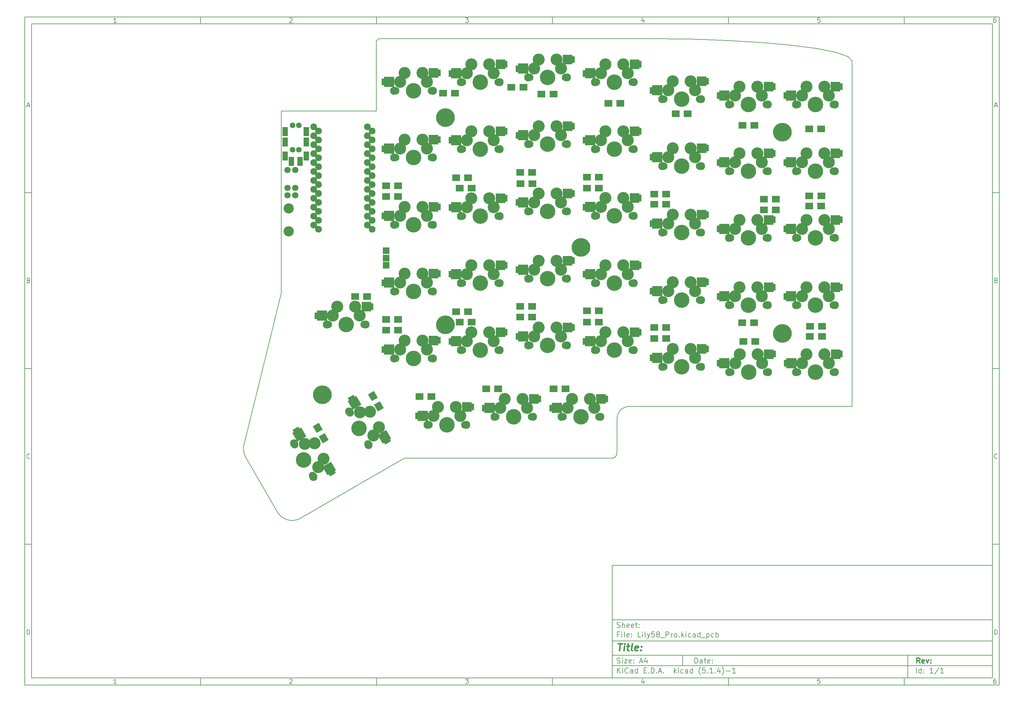
<source format=gbs>
G04 #@! TF.GenerationSoftware,KiCad,Pcbnew,(5.1.4)-1*
G04 #@! TF.CreationDate,2020-11-12T20:18:54+01:00*
G04 #@! TF.ProjectId,Lily58_Pro,4c696c79-3538-45f5-9072-6f2e6b696361,rev?*
G04 #@! TF.SameCoordinates,Original*
G04 #@! TF.FileFunction,Soldermask,Bot*
G04 #@! TF.FilePolarity,Negative*
%FSLAX46Y46*%
G04 Gerber Fmt 4.6, Leading zero omitted, Abs format (unit mm)*
G04 Created by KiCad (PCBNEW (5.1.4)-1) date 2020-11-12 20:18:54*
%MOMM*%
%LPD*%
G04 APERTURE LIST*
%ADD10C,0.100000*%
%ADD11C,0.150000*%
%ADD12C,0.300000*%
%ADD13C,0.400000*%
%ADD14C,0.200000*%
%ADD15C,2.800000*%
%ADD16C,3.400000*%
%ADD17C,2.100000*%
%ADD18C,2.300000*%
%ADD19C,4.400000*%
%ADD20C,2.900000*%
%ADD21C,0.500000*%
%ADD22C,1.100000*%
%ADD23C,1.900000*%
%ADD24C,5.300000*%
%ADD25R,2.200000X1.900000*%
%ADD26R,2.800000X2.800000*%
%ADD27R,2.900000X2.900000*%
%ADD28R,1.100000X1.900000*%
%ADD29C,1.600000*%
%ADD30R,1.600000X2.500000*%
%ADD31R,1.924000X1.924000*%
%ADD32C,1.924000*%
%ADD33C,1.797000*%
G04 APERTURE END LIST*
D10*
D11*
X177002200Y-166007200D02*
X177002200Y-198007200D01*
X285002200Y-198007200D01*
X285002200Y-166007200D01*
X177002200Y-166007200D01*
D10*
D11*
X10000000Y-10000000D02*
X10000000Y-200007200D01*
X287002200Y-200007200D01*
X287002200Y-10000000D01*
X10000000Y-10000000D01*
D10*
D11*
X12000000Y-12000000D02*
X12000000Y-198007200D01*
X285002200Y-198007200D01*
X285002200Y-12000000D01*
X12000000Y-12000000D01*
D10*
D11*
X60000000Y-12000000D02*
X60000000Y-10000000D01*
D10*
D11*
X110000000Y-12000000D02*
X110000000Y-10000000D01*
D10*
D11*
X160000000Y-12000000D02*
X160000000Y-10000000D01*
D10*
D11*
X210000000Y-12000000D02*
X210000000Y-10000000D01*
D10*
D11*
X260000000Y-12000000D02*
X260000000Y-10000000D01*
D10*
D11*
X36065476Y-11588095D02*
X35322619Y-11588095D01*
X35694047Y-11588095D02*
X35694047Y-10288095D01*
X35570238Y-10473809D01*
X35446428Y-10597619D01*
X35322619Y-10659523D01*
D10*
D11*
X85322619Y-10411904D02*
X85384523Y-10350000D01*
X85508333Y-10288095D01*
X85817857Y-10288095D01*
X85941666Y-10350000D01*
X86003571Y-10411904D01*
X86065476Y-10535714D01*
X86065476Y-10659523D01*
X86003571Y-10845238D01*
X85260714Y-11588095D01*
X86065476Y-11588095D01*
D10*
D11*
X135260714Y-10288095D02*
X136065476Y-10288095D01*
X135632142Y-10783333D01*
X135817857Y-10783333D01*
X135941666Y-10845238D01*
X136003571Y-10907142D01*
X136065476Y-11030952D01*
X136065476Y-11340476D01*
X136003571Y-11464285D01*
X135941666Y-11526190D01*
X135817857Y-11588095D01*
X135446428Y-11588095D01*
X135322619Y-11526190D01*
X135260714Y-11464285D01*
D10*
D11*
X185941666Y-10721428D02*
X185941666Y-11588095D01*
X185632142Y-10226190D02*
X185322619Y-11154761D01*
X186127380Y-11154761D01*
D10*
D11*
X236003571Y-10288095D02*
X235384523Y-10288095D01*
X235322619Y-10907142D01*
X235384523Y-10845238D01*
X235508333Y-10783333D01*
X235817857Y-10783333D01*
X235941666Y-10845238D01*
X236003571Y-10907142D01*
X236065476Y-11030952D01*
X236065476Y-11340476D01*
X236003571Y-11464285D01*
X235941666Y-11526190D01*
X235817857Y-11588095D01*
X235508333Y-11588095D01*
X235384523Y-11526190D01*
X235322619Y-11464285D01*
D10*
D11*
X285941666Y-10288095D02*
X285694047Y-10288095D01*
X285570238Y-10350000D01*
X285508333Y-10411904D01*
X285384523Y-10597619D01*
X285322619Y-10845238D01*
X285322619Y-11340476D01*
X285384523Y-11464285D01*
X285446428Y-11526190D01*
X285570238Y-11588095D01*
X285817857Y-11588095D01*
X285941666Y-11526190D01*
X286003571Y-11464285D01*
X286065476Y-11340476D01*
X286065476Y-11030952D01*
X286003571Y-10907142D01*
X285941666Y-10845238D01*
X285817857Y-10783333D01*
X285570238Y-10783333D01*
X285446428Y-10845238D01*
X285384523Y-10907142D01*
X285322619Y-11030952D01*
D10*
D11*
X60000000Y-198007200D02*
X60000000Y-200007200D01*
D10*
D11*
X110000000Y-198007200D02*
X110000000Y-200007200D01*
D10*
D11*
X160000000Y-198007200D02*
X160000000Y-200007200D01*
D10*
D11*
X210000000Y-198007200D02*
X210000000Y-200007200D01*
D10*
D11*
X260000000Y-198007200D02*
X260000000Y-200007200D01*
D10*
D11*
X36065476Y-199595295D02*
X35322619Y-199595295D01*
X35694047Y-199595295D02*
X35694047Y-198295295D01*
X35570238Y-198481009D01*
X35446428Y-198604819D01*
X35322619Y-198666723D01*
D10*
D11*
X85322619Y-198419104D02*
X85384523Y-198357200D01*
X85508333Y-198295295D01*
X85817857Y-198295295D01*
X85941666Y-198357200D01*
X86003571Y-198419104D01*
X86065476Y-198542914D01*
X86065476Y-198666723D01*
X86003571Y-198852438D01*
X85260714Y-199595295D01*
X86065476Y-199595295D01*
D10*
D11*
X135260714Y-198295295D02*
X136065476Y-198295295D01*
X135632142Y-198790533D01*
X135817857Y-198790533D01*
X135941666Y-198852438D01*
X136003571Y-198914342D01*
X136065476Y-199038152D01*
X136065476Y-199347676D01*
X136003571Y-199471485D01*
X135941666Y-199533390D01*
X135817857Y-199595295D01*
X135446428Y-199595295D01*
X135322619Y-199533390D01*
X135260714Y-199471485D01*
D10*
D11*
X185941666Y-198728628D02*
X185941666Y-199595295D01*
X185632142Y-198233390D02*
X185322619Y-199161961D01*
X186127380Y-199161961D01*
D10*
D11*
X236003571Y-198295295D02*
X235384523Y-198295295D01*
X235322619Y-198914342D01*
X235384523Y-198852438D01*
X235508333Y-198790533D01*
X235817857Y-198790533D01*
X235941666Y-198852438D01*
X236003571Y-198914342D01*
X236065476Y-199038152D01*
X236065476Y-199347676D01*
X236003571Y-199471485D01*
X235941666Y-199533390D01*
X235817857Y-199595295D01*
X235508333Y-199595295D01*
X235384523Y-199533390D01*
X235322619Y-199471485D01*
D10*
D11*
X285941666Y-198295295D02*
X285694047Y-198295295D01*
X285570238Y-198357200D01*
X285508333Y-198419104D01*
X285384523Y-198604819D01*
X285322619Y-198852438D01*
X285322619Y-199347676D01*
X285384523Y-199471485D01*
X285446428Y-199533390D01*
X285570238Y-199595295D01*
X285817857Y-199595295D01*
X285941666Y-199533390D01*
X286003571Y-199471485D01*
X286065476Y-199347676D01*
X286065476Y-199038152D01*
X286003571Y-198914342D01*
X285941666Y-198852438D01*
X285817857Y-198790533D01*
X285570238Y-198790533D01*
X285446428Y-198852438D01*
X285384523Y-198914342D01*
X285322619Y-199038152D01*
D10*
D11*
X10000000Y-60000000D02*
X12000000Y-60000000D01*
D10*
D11*
X10000000Y-110000000D02*
X12000000Y-110000000D01*
D10*
D11*
X10000000Y-160000000D02*
X12000000Y-160000000D01*
D10*
D11*
X10690476Y-35216666D02*
X11309523Y-35216666D01*
X10566666Y-35588095D02*
X11000000Y-34288095D01*
X11433333Y-35588095D01*
D10*
D11*
X11092857Y-84907142D02*
X11278571Y-84969047D01*
X11340476Y-85030952D01*
X11402380Y-85154761D01*
X11402380Y-85340476D01*
X11340476Y-85464285D01*
X11278571Y-85526190D01*
X11154761Y-85588095D01*
X10659523Y-85588095D01*
X10659523Y-84288095D01*
X11092857Y-84288095D01*
X11216666Y-84350000D01*
X11278571Y-84411904D01*
X11340476Y-84535714D01*
X11340476Y-84659523D01*
X11278571Y-84783333D01*
X11216666Y-84845238D01*
X11092857Y-84907142D01*
X10659523Y-84907142D01*
D10*
D11*
X11402380Y-135464285D02*
X11340476Y-135526190D01*
X11154761Y-135588095D01*
X11030952Y-135588095D01*
X10845238Y-135526190D01*
X10721428Y-135402380D01*
X10659523Y-135278571D01*
X10597619Y-135030952D01*
X10597619Y-134845238D01*
X10659523Y-134597619D01*
X10721428Y-134473809D01*
X10845238Y-134350000D01*
X11030952Y-134288095D01*
X11154761Y-134288095D01*
X11340476Y-134350000D01*
X11402380Y-134411904D01*
D10*
D11*
X10659523Y-185588095D02*
X10659523Y-184288095D01*
X10969047Y-184288095D01*
X11154761Y-184350000D01*
X11278571Y-184473809D01*
X11340476Y-184597619D01*
X11402380Y-184845238D01*
X11402380Y-185030952D01*
X11340476Y-185278571D01*
X11278571Y-185402380D01*
X11154761Y-185526190D01*
X10969047Y-185588095D01*
X10659523Y-185588095D01*
D10*
D11*
X287002200Y-60000000D02*
X285002200Y-60000000D01*
D10*
D11*
X287002200Y-110000000D02*
X285002200Y-110000000D01*
D10*
D11*
X287002200Y-160000000D02*
X285002200Y-160000000D01*
D10*
D11*
X285692676Y-35216666D02*
X286311723Y-35216666D01*
X285568866Y-35588095D02*
X286002200Y-34288095D01*
X286435533Y-35588095D01*
D10*
D11*
X286095057Y-84907142D02*
X286280771Y-84969047D01*
X286342676Y-85030952D01*
X286404580Y-85154761D01*
X286404580Y-85340476D01*
X286342676Y-85464285D01*
X286280771Y-85526190D01*
X286156961Y-85588095D01*
X285661723Y-85588095D01*
X285661723Y-84288095D01*
X286095057Y-84288095D01*
X286218866Y-84350000D01*
X286280771Y-84411904D01*
X286342676Y-84535714D01*
X286342676Y-84659523D01*
X286280771Y-84783333D01*
X286218866Y-84845238D01*
X286095057Y-84907142D01*
X285661723Y-84907142D01*
D10*
D11*
X286404580Y-135464285D02*
X286342676Y-135526190D01*
X286156961Y-135588095D01*
X286033152Y-135588095D01*
X285847438Y-135526190D01*
X285723628Y-135402380D01*
X285661723Y-135278571D01*
X285599819Y-135030952D01*
X285599819Y-134845238D01*
X285661723Y-134597619D01*
X285723628Y-134473809D01*
X285847438Y-134350000D01*
X286033152Y-134288095D01*
X286156961Y-134288095D01*
X286342676Y-134350000D01*
X286404580Y-134411904D01*
D10*
D11*
X285661723Y-185588095D02*
X285661723Y-184288095D01*
X285971247Y-184288095D01*
X286156961Y-184350000D01*
X286280771Y-184473809D01*
X286342676Y-184597619D01*
X286404580Y-184845238D01*
X286404580Y-185030952D01*
X286342676Y-185278571D01*
X286280771Y-185402380D01*
X286156961Y-185526190D01*
X285971247Y-185588095D01*
X285661723Y-185588095D01*
D10*
D11*
X200434342Y-193785771D02*
X200434342Y-192285771D01*
X200791485Y-192285771D01*
X201005771Y-192357200D01*
X201148628Y-192500057D01*
X201220057Y-192642914D01*
X201291485Y-192928628D01*
X201291485Y-193142914D01*
X201220057Y-193428628D01*
X201148628Y-193571485D01*
X201005771Y-193714342D01*
X200791485Y-193785771D01*
X200434342Y-193785771D01*
X202577200Y-193785771D02*
X202577200Y-193000057D01*
X202505771Y-192857200D01*
X202362914Y-192785771D01*
X202077200Y-192785771D01*
X201934342Y-192857200D01*
X202577200Y-193714342D02*
X202434342Y-193785771D01*
X202077200Y-193785771D01*
X201934342Y-193714342D01*
X201862914Y-193571485D01*
X201862914Y-193428628D01*
X201934342Y-193285771D01*
X202077200Y-193214342D01*
X202434342Y-193214342D01*
X202577200Y-193142914D01*
X203077200Y-192785771D02*
X203648628Y-192785771D01*
X203291485Y-192285771D02*
X203291485Y-193571485D01*
X203362914Y-193714342D01*
X203505771Y-193785771D01*
X203648628Y-193785771D01*
X204720057Y-193714342D02*
X204577200Y-193785771D01*
X204291485Y-193785771D01*
X204148628Y-193714342D01*
X204077200Y-193571485D01*
X204077200Y-193000057D01*
X204148628Y-192857200D01*
X204291485Y-192785771D01*
X204577200Y-192785771D01*
X204720057Y-192857200D01*
X204791485Y-193000057D01*
X204791485Y-193142914D01*
X204077200Y-193285771D01*
X205434342Y-193642914D02*
X205505771Y-193714342D01*
X205434342Y-193785771D01*
X205362914Y-193714342D01*
X205434342Y-193642914D01*
X205434342Y-193785771D01*
X205434342Y-192857200D02*
X205505771Y-192928628D01*
X205434342Y-193000057D01*
X205362914Y-192928628D01*
X205434342Y-192857200D01*
X205434342Y-193000057D01*
D10*
D11*
X177002200Y-194507200D02*
X285002200Y-194507200D01*
D10*
D11*
X178434342Y-196585771D02*
X178434342Y-195085771D01*
X179291485Y-196585771D02*
X178648628Y-195728628D01*
X179291485Y-195085771D02*
X178434342Y-195942914D01*
X179934342Y-196585771D02*
X179934342Y-195585771D01*
X179934342Y-195085771D02*
X179862914Y-195157200D01*
X179934342Y-195228628D01*
X180005771Y-195157200D01*
X179934342Y-195085771D01*
X179934342Y-195228628D01*
X181505771Y-196442914D02*
X181434342Y-196514342D01*
X181220057Y-196585771D01*
X181077200Y-196585771D01*
X180862914Y-196514342D01*
X180720057Y-196371485D01*
X180648628Y-196228628D01*
X180577200Y-195942914D01*
X180577200Y-195728628D01*
X180648628Y-195442914D01*
X180720057Y-195300057D01*
X180862914Y-195157200D01*
X181077200Y-195085771D01*
X181220057Y-195085771D01*
X181434342Y-195157200D01*
X181505771Y-195228628D01*
X182791485Y-196585771D02*
X182791485Y-195800057D01*
X182720057Y-195657200D01*
X182577200Y-195585771D01*
X182291485Y-195585771D01*
X182148628Y-195657200D01*
X182791485Y-196514342D02*
X182648628Y-196585771D01*
X182291485Y-196585771D01*
X182148628Y-196514342D01*
X182077200Y-196371485D01*
X182077200Y-196228628D01*
X182148628Y-196085771D01*
X182291485Y-196014342D01*
X182648628Y-196014342D01*
X182791485Y-195942914D01*
X184148628Y-196585771D02*
X184148628Y-195085771D01*
X184148628Y-196514342D02*
X184005771Y-196585771D01*
X183720057Y-196585771D01*
X183577200Y-196514342D01*
X183505771Y-196442914D01*
X183434342Y-196300057D01*
X183434342Y-195871485D01*
X183505771Y-195728628D01*
X183577200Y-195657200D01*
X183720057Y-195585771D01*
X184005771Y-195585771D01*
X184148628Y-195657200D01*
X186005771Y-195800057D02*
X186505771Y-195800057D01*
X186720057Y-196585771D02*
X186005771Y-196585771D01*
X186005771Y-195085771D01*
X186720057Y-195085771D01*
X187362914Y-196442914D02*
X187434342Y-196514342D01*
X187362914Y-196585771D01*
X187291485Y-196514342D01*
X187362914Y-196442914D01*
X187362914Y-196585771D01*
X188077200Y-196585771D02*
X188077200Y-195085771D01*
X188434342Y-195085771D01*
X188648628Y-195157200D01*
X188791485Y-195300057D01*
X188862914Y-195442914D01*
X188934342Y-195728628D01*
X188934342Y-195942914D01*
X188862914Y-196228628D01*
X188791485Y-196371485D01*
X188648628Y-196514342D01*
X188434342Y-196585771D01*
X188077200Y-196585771D01*
X189577200Y-196442914D02*
X189648628Y-196514342D01*
X189577200Y-196585771D01*
X189505771Y-196514342D01*
X189577200Y-196442914D01*
X189577200Y-196585771D01*
X190220057Y-196157200D02*
X190934342Y-196157200D01*
X190077200Y-196585771D02*
X190577200Y-195085771D01*
X191077200Y-196585771D01*
X191577200Y-196442914D02*
X191648628Y-196514342D01*
X191577200Y-196585771D01*
X191505771Y-196514342D01*
X191577200Y-196442914D01*
X191577200Y-196585771D01*
X194577200Y-196585771D02*
X194577200Y-195085771D01*
X194720057Y-196014342D02*
X195148628Y-196585771D01*
X195148628Y-195585771D02*
X194577200Y-196157200D01*
X195791485Y-196585771D02*
X195791485Y-195585771D01*
X195791485Y-195085771D02*
X195720057Y-195157200D01*
X195791485Y-195228628D01*
X195862914Y-195157200D01*
X195791485Y-195085771D01*
X195791485Y-195228628D01*
X197148628Y-196514342D02*
X197005771Y-196585771D01*
X196720057Y-196585771D01*
X196577200Y-196514342D01*
X196505771Y-196442914D01*
X196434342Y-196300057D01*
X196434342Y-195871485D01*
X196505771Y-195728628D01*
X196577200Y-195657200D01*
X196720057Y-195585771D01*
X197005771Y-195585771D01*
X197148628Y-195657200D01*
X198434342Y-196585771D02*
X198434342Y-195800057D01*
X198362914Y-195657200D01*
X198220057Y-195585771D01*
X197934342Y-195585771D01*
X197791485Y-195657200D01*
X198434342Y-196514342D02*
X198291485Y-196585771D01*
X197934342Y-196585771D01*
X197791485Y-196514342D01*
X197720057Y-196371485D01*
X197720057Y-196228628D01*
X197791485Y-196085771D01*
X197934342Y-196014342D01*
X198291485Y-196014342D01*
X198434342Y-195942914D01*
X199791485Y-196585771D02*
X199791485Y-195085771D01*
X199791485Y-196514342D02*
X199648628Y-196585771D01*
X199362914Y-196585771D01*
X199220057Y-196514342D01*
X199148628Y-196442914D01*
X199077200Y-196300057D01*
X199077200Y-195871485D01*
X199148628Y-195728628D01*
X199220057Y-195657200D01*
X199362914Y-195585771D01*
X199648628Y-195585771D01*
X199791485Y-195657200D01*
X202077200Y-197157200D02*
X202005771Y-197085771D01*
X201862914Y-196871485D01*
X201791485Y-196728628D01*
X201720057Y-196514342D01*
X201648628Y-196157200D01*
X201648628Y-195871485D01*
X201720057Y-195514342D01*
X201791485Y-195300057D01*
X201862914Y-195157200D01*
X202005771Y-194942914D01*
X202077200Y-194871485D01*
X203362914Y-195085771D02*
X202648628Y-195085771D01*
X202577200Y-195800057D01*
X202648628Y-195728628D01*
X202791485Y-195657200D01*
X203148628Y-195657200D01*
X203291485Y-195728628D01*
X203362914Y-195800057D01*
X203434342Y-195942914D01*
X203434342Y-196300057D01*
X203362914Y-196442914D01*
X203291485Y-196514342D01*
X203148628Y-196585771D01*
X202791485Y-196585771D01*
X202648628Y-196514342D01*
X202577200Y-196442914D01*
X204077200Y-196442914D02*
X204148628Y-196514342D01*
X204077200Y-196585771D01*
X204005771Y-196514342D01*
X204077200Y-196442914D01*
X204077200Y-196585771D01*
X205577200Y-196585771D02*
X204720057Y-196585771D01*
X205148628Y-196585771D02*
X205148628Y-195085771D01*
X205005771Y-195300057D01*
X204862914Y-195442914D01*
X204720057Y-195514342D01*
X206220057Y-196442914D02*
X206291485Y-196514342D01*
X206220057Y-196585771D01*
X206148628Y-196514342D01*
X206220057Y-196442914D01*
X206220057Y-196585771D01*
X207577200Y-195585771D02*
X207577200Y-196585771D01*
X207220057Y-195014342D02*
X206862914Y-196085771D01*
X207791485Y-196085771D01*
X208220057Y-197157200D02*
X208291485Y-197085771D01*
X208434342Y-196871485D01*
X208505771Y-196728628D01*
X208577200Y-196514342D01*
X208648628Y-196157200D01*
X208648628Y-195871485D01*
X208577200Y-195514342D01*
X208505771Y-195300057D01*
X208434342Y-195157200D01*
X208291485Y-194942914D01*
X208220057Y-194871485D01*
X209362914Y-196014342D02*
X210505771Y-196014342D01*
X212005771Y-196585771D02*
X211148628Y-196585771D01*
X211577200Y-196585771D02*
X211577200Y-195085771D01*
X211434342Y-195300057D01*
X211291485Y-195442914D01*
X211148628Y-195514342D01*
D10*
D11*
X177002200Y-191507200D02*
X285002200Y-191507200D01*
D10*
D12*
X264411485Y-193785771D02*
X263911485Y-193071485D01*
X263554342Y-193785771D02*
X263554342Y-192285771D01*
X264125771Y-192285771D01*
X264268628Y-192357200D01*
X264340057Y-192428628D01*
X264411485Y-192571485D01*
X264411485Y-192785771D01*
X264340057Y-192928628D01*
X264268628Y-193000057D01*
X264125771Y-193071485D01*
X263554342Y-193071485D01*
X265625771Y-193714342D02*
X265482914Y-193785771D01*
X265197200Y-193785771D01*
X265054342Y-193714342D01*
X264982914Y-193571485D01*
X264982914Y-193000057D01*
X265054342Y-192857200D01*
X265197200Y-192785771D01*
X265482914Y-192785771D01*
X265625771Y-192857200D01*
X265697200Y-193000057D01*
X265697200Y-193142914D01*
X264982914Y-193285771D01*
X266197200Y-192785771D02*
X266554342Y-193785771D01*
X266911485Y-192785771D01*
X267482914Y-193642914D02*
X267554342Y-193714342D01*
X267482914Y-193785771D01*
X267411485Y-193714342D01*
X267482914Y-193642914D01*
X267482914Y-193785771D01*
X267482914Y-192857200D02*
X267554342Y-192928628D01*
X267482914Y-193000057D01*
X267411485Y-192928628D01*
X267482914Y-192857200D01*
X267482914Y-193000057D01*
D10*
D11*
X178362914Y-193714342D02*
X178577200Y-193785771D01*
X178934342Y-193785771D01*
X179077200Y-193714342D01*
X179148628Y-193642914D01*
X179220057Y-193500057D01*
X179220057Y-193357200D01*
X179148628Y-193214342D01*
X179077200Y-193142914D01*
X178934342Y-193071485D01*
X178648628Y-193000057D01*
X178505771Y-192928628D01*
X178434342Y-192857200D01*
X178362914Y-192714342D01*
X178362914Y-192571485D01*
X178434342Y-192428628D01*
X178505771Y-192357200D01*
X178648628Y-192285771D01*
X179005771Y-192285771D01*
X179220057Y-192357200D01*
X179862914Y-193785771D02*
X179862914Y-192785771D01*
X179862914Y-192285771D02*
X179791485Y-192357200D01*
X179862914Y-192428628D01*
X179934342Y-192357200D01*
X179862914Y-192285771D01*
X179862914Y-192428628D01*
X180434342Y-192785771D02*
X181220057Y-192785771D01*
X180434342Y-193785771D01*
X181220057Y-193785771D01*
X182362914Y-193714342D02*
X182220057Y-193785771D01*
X181934342Y-193785771D01*
X181791485Y-193714342D01*
X181720057Y-193571485D01*
X181720057Y-193000057D01*
X181791485Y-192857200D01*
X181934342Y-192785771D01*
X182220057Y-192785771D01*
X182362914Y-192857200D01*
X182434342Y-193000057D01*
X182434342Y-193142914D01*
X181720057Y-193285771D01*
X183077200Y-193642914D02*
X183148628Y-193714342D01*
X183077200Y-193785771D01*
X183005771Y-193714342D01*
X183077200Y-193642914D01*
X183077200Y-193785771D01*
X183077200Y-192857200D02*
X183148628Y-192928628D01*
X183077200Y-193000057D01*
X183005771Y-192928628D01*
X183077200Y-192857200D01*
X183077200Y-193000057D01*
X184862914Y-193357200D02*
X185577200Y-193357200D01*
X184720057Y-193785771D02*
X185220057Y-192285771D01*
X185720057Y-193785771D01*
X186862914Y-192785771D02*
X186862914Y-193785771D01*
X186505771Y-192214342D02*
X186148628Y-193285771D01*
X187077200Y-193285771D01*
D10*
D11*
X263434342Y-196585771D02*
X263434342Y-195085771D01*
X264791485Y-196585771D02*
X264791485Y-195085771D01*
X264791485Y-196514342D02*
X264648628Y-196585771D01*
X264362914Y-196585771D01*
X264220057Y-196514342D01*
X264148628Y-196442914D01*
X264077200Y-196300057D01*
X264077200Y-195871485D01*
X264148628Y-195728628D01*
X264220057Y-195657200D01*
X264362914Y-195585771D01*
X264648628Y-195585771D01*
X264791485Y-195657200D01*
X265505771Y-196442914D02*
X265577200Y-196514342D01*
X265505771Y-196585771D01*
X265434342Y-196514342D01*
X265505771Y-196442914D01*
X265505771Y-196585771D01*
X265505771Y-195657200D02*
X265577200Y-195728628D01*
X265505771Y-195800057D01*
X265434342Y-195728628D01*
X265505771Y-195657200D01*
X265505771Y-195800057D01*
X268148628Y-196585771D02*
X267291485Y-196585771D01*
X267720057Y-196585771D02*
X267720057Y-195085771D01*
X267577200Y-195300057D01*
X267434342Y-195442914D01*
X267291485Y-195514342D01*
X269862914Y-195014342D02*
X268577200Y-196942914D01*
X271148628Y-196585771D02*
X270291485Y-196585771D01*
X270720057Y-196585771D02*
X270720057Y-195085771D01*
X270577200Y-195300057D01*
X270434342Y-195442914D01*
X270291485Y-195514342D01*
D10*
D11*
X177002200Y-187507200D02*
X285002200Y-187507200D01*
D10*
D13*
X178714580Y-188211961D02*
X179857438Y-188211961D01*
X179036009Y-190211961D02*
X179286009Y-188211961D01*
X180274104Y-190211961D02*
X180440771Y-188878628D01*
X180524104Y-188211961D02*
X180416961Y-188307200D01*
X180500295Y-188402438D01*
X180607438Y-188307200D01*
X180524104Y-188211961D01*
X180500295Y-188402438D01*
X181107438Y-188878628D02*
X181869342Y-188878628D01*
X181476485Y-188211961D02*
X181262200Y-189926247D01*
X181333628Y-190116723D01*
X181512200Y-190211961D01*
X181702676Y-190211961D01*
X182655057Y-190211961D02*
X182476485Y-190116723D01*
X182405057Y-189926247D01*
X182619342Y-188211961D01*
X184190771Y-190116723D02*
X183988390Y-190211961D01*
X183607438Y-190211961D01*
X183428866Y-190116723D01*
X183357438Y-189926247D01*
X183452676Y-189164342D01*
X183571723Y-188973866D01*
X183774104Y-188878628D01*
X184155057Y-188878628D01*
X184333628Y-188973866D01*
X184405057Y-189164342D01*
X184381247Y-189354819D01*
X183405057Y-189545295D01*
X185155057Y-190021485D02*
X185238390Y-190116723D01*
X185131247Y-190211961D01*
X185047914Y-190116723D01*
X185155057Y-190021485D01*
X185131247Y-190211961D01*
X185286009Y-188973866D02*
X185369342Y-189069104D01*
X185262200Y-189164342D01*
X185178866Y-189069104D01*
X185286009Y-188973866D01*
X185262200Y-189164342D01*
D10*
D11*
X178934342Y-185600057D02*
X178434342Y-185600057D01*
X178434342Y-186385771D02*
X178434342Y-184885771D01*
X179148628Y-184885771D01*
X179720057Y-186385771D02*
X179720057Y-185385771D01*
X179720057Y-184885771D02*
X179648628Y-184957200D01*
X179720057Y-185028628D01*
X179791485Y-184957200D01*
X179720057Y-184885771D01*
X179720057Y-185028628D01*
X180648628Y-186385771D02*
X180505771Y-186314342D01*
X180434342Y-186171485D01*
X180434342Y-184885771D01*
X181791485Y-186314342D02*
X181648628Y-186385771D01*
X181362914Y-186385771D01*
X181220057Y-186314342D01*
X181148628Y-186171485D01*
X181148628Y-185600057D01*
X181220057Y-185457200D01*
X181362914Y-185385771D01*
X181648628Y-185385771D01*
X181791485Y-185457200D01*
X181862914Y-185600057D01*
X181862914Y-185742914D01*
X181148628Y-185885771D01*
X182505771Y-186242914D02*
X182577200Y-186314342D01*
X182505771Y-186385771D01*
X182434342Y-186314342D01*
X182505771Y-186242914D01*
X182505771Y-186385771D01*
X182505771Y-185457200D02*
X182577200Y-185528628D01*
X182505771Y-185600057D01*
X182434342Y-185528628D01*
X182505771Y-185457200D01*
X182505771Y-185600057D01*
X185077200Y-186385771D02*
X184362914Y-186385771D01*
X184362914Y-184885771D01*
X185577200Y-186385771D02*
X185577200Y-185385771D01*
X185577200Y-184885771D02*
X185505771Y-184957200D01*
X185577200Y-185028628D01*
X185648628Y-184957200D01*
X185577200Y-184885771D01*
X185577200Y-185028628D01*
X186505771Y-186385771D02*
X186362914Y-186314342D01*
X186291485Y-186171485D01*
X186291485Y-184885771D01*
X186934342Y-185385771D02*
X187291485Y-186385771D01*
X187648628Y-185385771D02*
X187291485Y-186385771D01*
X187148628Y-186742914D01*
X187077200Y-186814342D01*
X186934342Y-186885771D01*
X188934342Y-184885771D02*
X188220057Y-184885771D01*
X188148628Y-185600057D01*
X188220057Y-185528628D01*
X188362914Y-185457200D01*
X188720057Y-185457200D01*
X188862914Y-185528628D01*
X188934342Y-185600057D01*
X189005771Y-185742914D01*
X189005771Y-186100057D01*
X188934342Y-186242914D01*
X188862914Y-186314342D01*
X188720057Y-186385771D01*
X188362914Y-186385771D01*
X188220057Y-186314342D01*
X188148628Y-186242914D01*
X189862914Y-185528628D02*
X189720057Y-185457200D01*
X189648628Y-185385771D01*
X189577200Y-185242914D01*
X189577200Y-185171485D01*
X189648628Y-185028628D01*
X189720057Y-184957200D01*
X189862914Y-184885771D01*
X190148628Y-184885771D01*
X190291485Y-184957200D01*
X190362914Y-185028628D01*
X190434342Y-185171485D01*
X190434342Y-185242914D01*
X190362914Y-185385771D01*
X190291485Y-185457200D01*
X190148628Y-185528628D01*
X189862914Y-185528628D01*
X189720057Y-185600057D01*
X189648628Y-185671485D01*
X189577200Y-185814342D01*
X189577200Y-186100057D01*
X189648628Y-186242914D01*
X189720057Y-186314342D01*
X189862914Y-186385771D01*
X190148628Y-186385771D01*
X190291485Y-186314342D01*
X190362914Y-186242914D01*
X190434342Y-186100057D01*
X190434342Y-185814342D01*
X190362914Y-185671485D01*
X190291485Y-185600057D01*
X190148628Y-185528628D01*
X190720057Y-186528628D02*
X191862914Y-186528628D01*
X192220057Y-186385771D02*
X192220057Y-184885771D01*
X192791485Y-184885771D01*
X192934342Y-184957200D01*
X193005771Y-185028628D01*
X193077200Y-185171485D01*
X193077200Y-185385771D01*
X193005771Y-185528628D01*
X192934342Y-185600057D01*
X192791485Y-185671485D01*
X192220057Y-185671485D01*
X193720057Y-186385771D02*
X193720057Y-185385771D01*
X193720057Y-185671485D02*
X193791485Y-185528628D01*
X193862914Y-185457200D01*
X194005771Y-185385771D01*
X194148628Y-185385771D01*
X194862914Y-186385771D02*
X194720057Y-186314342D01*
X194648628Y-186242914D01*
X194577200Y-186100057D01*
X194577200Y-185671485D01*
X194648628Y-185528628D01*
X194720057Y-185457200D01*
X194862914Y-185385771D01*
X195077200Y-185385771D01*
X195220057Y-185457200D01*
X195291485Y-185528628D01*
X195362914Y-185671485D01*
X195362914Y-186100057D01*
X195291485Y-186242914D01*
X195220057Y-186314342D01*
X195077200Y-186385771D01*
X194862914Y-186385771D01*
X196005771Y-186242914D02*
X196077200Y-186314342D01*
X196005771Y-186385771D01*
X195934342Y-186314342D01*
X196005771Y-186242914D01*
X196005771Y-186385771D01*
X196720057Y-186385771D02*
X196720057Y-184885771D01*
X196862914Y-185814342D02*
X197291485Y-186385771D01*
X197291485Y-185385771D02*
X196720057Y-185957200D01*
X197934342Y-186385771D02*
X197934342Y-185385771D01*
X197934342Y-184885771D02*
X197862914Y-184957200D01*
X197934342Y-185028628D01*
X198005771Y-184957200D01*
X197934342Y-184885771D01*
X197934342Y-185028628D01*
X199291485Y-186314342D02*
X199148628Y-186385771D01*
X198862914Y-186385771D01*
X198720057Y-186314342D01*
X198648628Y-186242914D01*
X198577200Y-186100057D01*
X198577200Y-185671485D01*
X198648628Y-185528628D01*
X198720057Y-185457200D01*
X198862914Y-185385771D01*
X199148628Y-185385771D01*
X199291485Y-185457200D01*
X200577200Y-186385771D02*
X200577200Y-185600057D01*
X200505771Y-185457200D01*
X200362914Y-185385771D01*
X200077200Y-185385771D01*
X199934342Y-185457200D01*
X200577200Y-186314342D02*
X200434342Y-186385771D01*
X200077200Y-186385771D01*
X199934342Y-186314342D01*
X199862914Y-186171485D01*
X199862914Y-186028628D01*
X199934342Y-185885771D01*
X200077200Y-185814342D01*
X200434342Y-185814342D01*
X200577200Y-185742914D01*
X201934342Y-186385771D02*
X201934342Y-184885771D01*
X201934342Y-186314342D02*
X201791485Y-186385771D01*
X201505771Y-186385771D01*
X201362914Y-186314342D01*
X201291485Y-186242914D01*
X201220057Y-186100057D01*
X201220057Y-185671485D01*
X201291485Y-185528628D01*
X201362914Y-185457200D01*
X201505771Y-185385771D01*
X201791485Y-185385771D01*
X201934342Y-185457200D01*
X202291485Y-186528628D02*
X203434342Y-186528628D01*
X203791485Y-185385771D02*
X203791485Y-186885771D01*
X203791485Y-185457200D02*
X203934342Y-185385771D01*
X204220057Y-185385771D01*
X204362914Y-185457200D01*
X204434342Y-185528628D01*
X204505771Y-185671485D01*
X204505771Y-186100057D01*
X204434342Y-186242914D01*
X204362914Y-186314342D01*
X204220057Y-186385771D01*
X203934342Y-186385771D01*
X203791485Y-186314342D01*
X205791485Y-186314342D02*
X205648628Y-186385771D01*
X205362914Y-186385771D01*
X205220057Y-186314342D01*
X205148628Y-186242914D01*
X205077200Y-186100057D01*
X205077200Y-185671485D01*
X205148628Y-185528628D01*
X205220057Y-185457200D01*
X205362914Y-185385771D01*
X205648628Y-185385771D01*
X205791485Y-185457200D01*
X206434342Y-186385771D02*
X206434342Y-184885771D01*
X206434342Y-185457200D02*
X206577200Y-185385771D01*
X206862914Y-185385771D01*
X207005771Y-185457200D01*
X207077200Y-185528628D01*
X207148628Y-185671485D01*
X207148628Y-186100057D01*
X207077200Y-186242914D01*
X207005771Y-186314342D01*
X206862914Y-186385771D01*
X206577200Y-186385771D01*
X206434342Y-186314342D01*
D10*
D11*
X177002200Y-181507200D02*
X285002200Y-181507200D01*
D10*
D11*
X178362914Y-183614342D02*
X178577200Y-183685771D01*
X178934342Y-183685771D01*
X179077200Y-183614342D01*
X179148628Y-183542914D01*
X179220057Y-183400057D01*
X179220057Y-183257200D01*
X179148628Y-183114342D01*
X179077200Y-183042914D01*
X178934342Y-182971485D01*
X178648628Y-182900057D01*
X178505771Y-182828628D01*
X178434342Y-182757200D01*
X178362914Y-182614342D01*
X178362914Y-182471485D01*
X178434342Y-182328628D01*
X178505771Y-182257200D01*
X178648628Y-182185771D01*
X179005771Y-182185771D01*
X179220057Y-182257200D01*
X179862914Y-183685771D02*
X179862914Y-182185771D01*
X180505771Y-183685771D02*
X180505771Y-182900057D01*
X180434342Y-182757200D01*
X180291485Y-182685771D01*
X180077200Y-182685771D01*
X179934342Y-182757200D01*
X179862914Y-182828628D01*
X181791485Y-183614342D02*
X181648628Y-183685771D01*
X181362914Y-183685771D01*
X181220057Y-183614342D01*
X181148628Y-183471485D01*
X181148628Y-182900057D01*
X181220057Y-182757200D01*
X181362914Y-182685771D01*
X181648628Y-182685771D01*
X181791485Y-182757200D01*
X181862914Y-182900057D01*
X181862914Y-183042914D01*
X181148628Y-183185771D01*
X183077200Y-183614342D02*
X182934342Y-183685771D01*
X182648628Y-183685771D01*
X182505771Y-183614342D01*
X182434342Y-183471485D01*
X182434342Y-182900057D01*
X182505771Y-182757200D01*
X182648628Y-182685771D01*
X182934342Y-182685771D01*
X183077200Y-182757200D01*
X183148628Y-182900057D01*
X183148628Y-183042914D01*
X182434342Y-183185771D01*
X183577200Y-182685771D02*
X184148628Y-182685771D01*
X183791485Y-182185771D02*
X183791485Y-183471485D01*
X183862914Y-183614342D01*
X184005771Y-183685771D01*
X184148628Y-183685771D01*
X184648628Y-183542914D02*
X184720057Y-183614342D01*
X184648628Y-183685771D01*
X184577200Y-183614342D01*
X184648628Y-183542914D01*
X184648628Y-183685771D01*
X184648628Y-182757200D02*
X184720057Y-182828628D01*
X184648628Y-182900057D01*
X184577200Y-182828628D01*
X184648628Y-182757200D01*
X184648628Y-182900057D01*
D10*
D11*
X197002200Y-191507200D02*
X197002200Y-194507200D01*
D10*
D11*
X261002200Y-191507200D02*
X261002200Y-198007200D01*
X72674503Y-134960305D02*
G75*
G02X72175000Y-132325000I4376397J2194505D01*
G01*
X88345583Y-152620389D02*
G75*
G02X81699101Y-150634699I-2328483J4322489D01*
G01*
X72674503Y-134960305D02*
X81699101Y-150634699D01*
X104456758Y-143271756D02*
X88345583Y-152620389D01*
X245120000Y-120789735D02*
X245120000Y-22546755D01*
X223959999Y-120789735D02*
X245120000Y-120789735D01*
X109898210Y-36780000D02*
X109898210Y-17246762D01*
X82940000Y-36780000D02*
X109898210Y-36780000D01*
X82937528Y-38136762D02*
X82940000Y-36780000D01*
D14*
X240549319Y-20073847D02*
X235185697Y-18995159D01*
X235185697Y-18995159D02*
X228080758Y-18055561D01*
X116186619Y-136480784D02*
X117862313Y-135510645D01*
X114510925Y-137450923D02*
X116186619Y-136480784D01*
X82937528Y-50750629D02*
X82937528Y-44443695D01*
X82937528Y-57057562D02*
X82937528Y-50750629D01*
X142171711Y-16196762D02*
X131763877Y-16196762D01*
X218692418Y-120789735D02*
X223959999Y-120789735D01*
X213424836Y-120789735D02*
X218692418Y-120789735D01*
X208157255Y-120789735D02*
X213424836Y-120789735D01*
X202889673Y-120789735D02*
X208157255Y-120789735D01*
X197622092Y-120789735D02*
X202889673Y-120789735D01*
X192354511Y-120789735D02*
X197622092Y-120789735D01*
X187086929Y-120789735D02*
X192354511Y-120789735D01*
X181819348Y-120789735D02*
X187086929Y-120789735D01*
X181113524Y-120860778D02*
X181819348Y-120789735D01*
X180456326Y-121064561D02*
X181113524Y-120860778D01*
X179861773Y-121387065D02*
X180456326Y-121064561D01*
X179343884Y-121814271D02*
X179861773Y-121387065D01*
X178916678Y-122332160D02*
X179343884Y-121814271D01*
X178594174Y-122926713D02*
X178916678Y-122332160D01*
X178390391Y-123583911D02*
X178594174Y-122926713D01*
X178319348Y-124289735D02*
X178390391Y-123583911D01*
X219467654Y-17280488D02*
X209579538Y-16695374D01*
X228080758Y-18055561D02*
X219467654Y-17280488D01*
X198649563Y-16325654D02*
X186910881Y-16196762D01*
X209579538Y-16695374D02*
X198649563Y-16325654D01*
X177658308Y-135255660D02*
X177403500Y-135393876D01*
X177880261Y-135072571D02*
X177658308Y-135255660D01*
X178063349Y-134850619D02*
X177880261Y-135072571D01*
X178201565Y-134595810D02*
X178063349Y-134850619D01*
X178288901Y-134314154D02*
X178201565Y-134595810D01*
X178319348Y-134034052D02*
X178288901Y-134314154D01*
X82937528Y-69671429D02*
X82937528Y-63364495D01*
X82937528Y-75978362D02*
X82937528Y-69671429D01*
X82937528Y-82285296D02*
X82937528Y-75978362D01*
X82937528Y-88592229D02*
X82937528Y-82285296D01*
X131763877Y-16196762D02*
X121356044Y-16196762D01*
X152579545Y-16196762D02*
X142171711Y-16196762D01*
X162987379Y-16196762D02*
X152579545Y-16196762D01*
X173395213Y-16196762D02*
X162987379Y-16196762D01*
X186910881Y-16196762D02*
X173395213Y-16196762D01*
X110360937Y-16375961D02*
X110539303Y-16279210D01*
X110205570Y-16504123D02*
X110360937Y-16375961D01*
X110077409Y-16659489D02*
X110205570Y-16504123D01*
X109980657Y-16837855D02*
X110077409Y-16659489D01*
X109919523Y-17035015D02*
X109980657Y-16837855D01*
X109898210Y-17246762D02*
X109919523Y-17035015D01*
X110736462Y-16218075D02*
X110948210Y-16196762D01*
X110539303Y-16279210D02*
X110736462Y-16218075D01*
X121356044Y-16196762D02*
X110948210Y-16196762D01*
X82937528Y-63364495D02*
X82937528Y-57057562D01*
X82937528Y-44443695D02*
X82937528Y-38136762D01*
X82937777Y-88592317D02*
X72175000Y-132325000D01*
X112835230Y-138421062D02*
X114510925Y-137450923D01*
X111159536Y-139391201D02*
X112835230Y-138421062D01*
X109483841Y-140361340D02*
X111159536Y-139391201D01*
X107808147Y-141331479D02*
X109483841Y-140361340D01*
X106132452Y-142301617D02*
X107808147Y-141331479D01*
X104456758Y-143271756D02*
X106132452Y-142301617D01*
X169449826Y-135511658D02*
X176819348Y-135511658D01*
X162080304Y-135511658D02*
X169449826Y-135511658D01*
X154710782Y-135511658D02*
X162080304Y-135511658D01*
X147341260Y-135511658D02*
X154710782Y-135511658D01*
X139971738Y-135511658D02*
X147341260Y-135511658D01*
X132602217Y-135511658D02*
X139971738Y-135511658D01*
X125232695Y-135511658D02*
X132602217Y-135511658D01*
X117863173Y-135511658D02*
X125232695Y-135511658D01*
X178319348Y-132816013D02*
X178319348Y-134034052D01*
X178319348Y-131597973D02*
X178319348Y-132816013D01*
X178319348Y-130379933D02*
X178319348Y-131597973D01*
X178319348Y-129161894D02*
X178319348Y-130379933D01*
X178319348Y-127943854D02*
X178319348Y-129161894D01*
X178319348Y-126725814D02*
X178319348Y-127943854D01*
X178319348Y-125507775D02*
X178319348Y-126725814D01*
X178319348Y-124289735D02*
X178319348Y-125507775D01*
X177121844Y-135481211D02*
X176819348Y-135511658D01*
X177403500Y-135393876D02*
X177121844Y-135481211D01*
X243938471Y-21266190D02*
X240549319Y-20073847D01*
X245120000Y-22546755D02*
X243938471Y-21266190D01*
D15*
X96555809Y-138438745D03*
D10*
G36*
X98468245Y-138951181D02*
G01*
X96043373Y-140351181D01*
X94643373Y-137926309D01*
X97068245Y-136526309D01*
X98468245Y-138951181D01*
X98468245Y-138951181D01*
G37*
D16*
X89601105Y-131472843D03*
D17*
X86766400Y-131642991D03*
X91846400Y-140441809D03*
D18*
X92056400Y-140805540D03*
X86556400Y-131279260D03*
D19*
X89306400Y-136042400D03*
D16*
X94975809Y-135702105D03*
D20*
X88056105Y-128796825D03*
D10*
G36*
X90036842Y-129327562D02*
G01*
X87525368Y-130777562D01*
X86075368Y-128266088D01*
X88586842Y-126816088D01*
X90036842Y-129327562D01*
X90036842Y-129327562D01*
G37*
D21*
X89628246Y-131439853D03*
X93453246Y-138064947D03*
D16*
X92435809Y-131302695D03*
X93411105Y-138071957D03*
X93411105Y-138071957D03*
D22*
X97323130Y-139727783D03*
D10*
G36*
X96225406Y-139726469D02*
G01*
X97870854Y-138776469D01*
X98420854Y-139729097D01*
X96775406Y-140679097D01*
X96225406Y-139726469D01*
X96225406Y-139726469D01*
G37*
D22*
X87221464Y-127431184D03*
D10*
G36*
X86123740Y-127429870D02*
G01*
X87769188Y-126479870D01*
X88319188Y-127432498D01*
X86673740Y-128382498D01*
X86123740Y-127429870D01*
X86123740Y-127429870D01*
G37*
D23*
X94983300Y-129819400D03*
D10*
G36*
X93610576Y-129341772D02*
G01*
X95256024Y-128391772D01*
X96356024Y-130297028D01*
X94710576Y-131247028D01*
X93610576Y-129341772D01*
X93610576Y-129341772D01*
G37*
D23*
X93283300Y-126874914D03*
D10*
G36*
X91910576Y-126397286D02*
G01*
X93556024Y-125447286D01*
X94656024Y-127352542D01*
X93010576Y-128302542D01*
X91910576Y-126397286D01*
X91910576Y-126397286D01*
G37*
D24*
X168110000Y-75590000D03*
D25*
X236560000Y-100850000D03*
X233160000Y-100850000D03*
X236580000Y-97950000D03*
X233180000Y-97950000D03*
X236360000Y-63800000D03*
X232960000Y-63800000D03*
X236380000Y-60920000D03*
X232980000Y-60920000D03*
D26*
X240400000Y-29820000D03*
D16*
X230890000Y-32359999D03*
D17*
X229620000Y-34900000D03*
X239780000Y-34900000D03*
D18*
X240200000Y-34900000D03*
X229200000Y-34900000D03*
D19*
X234700000Y-34900000D03*
D16*
X237240000Y-29820000D03*
D27*
X227800000Y-32360000D03*
D21*
X230875000Y-32320000D03*
X238525000Y-32320000D03*
D16*
X232160000Y-29820000D03*
X238510000Y-32360000D03*
X238510000Y-32360000D03*
D28*
X241900000Y-29800000D03*
X226200000Y-32400000D03*
D26*
X240450000Y-105920000D03*
D16*
X230940000Y-108459999D03*
D17*
X229670000Y-111000000D03*
X239830000Y-111000000D03*
D18*
X240250000Y-111000000D03*
X229250000Y-111000000D03*
D19*
X234750000Y-111000000D03*
D16*
X237290000Y-105920000D03*
D27*
X227850000Y-108460000D03*
D21*
X230925000Y-108420000D03*
X238575000Y-108420000D03*
D16*
X232210000Y-105920000D03*
X238560000Y-108460000D03*
X238560000Y-108460000D03*
D28*
X241950000Y-105900000D03*
X226250000Y-108500000D03*
D26*
X240400000Y-86920000D03*
D16*
X230890000Y-89459999D03*
D17*
X229620000Y-92000000D03*
X239780000Y-92000000D03*
D18*
X240200000Y-92000000D03*
X229200000Y-92000000D03*
D19*
X234700000Y-92000000D03*
D16*
X237240000Y-86920000D03*
D27*
X227800000Y-89460000D03*
D21*
X230875000Y-89420000D03*
X238525000Y-89420000D03*
D16*
X232160000Y-86920000D03*
X238510000Y-89460000D03*
X238510000Y-89460000D03*
D28*
X241900000Y-86900000D03*
X226200000Y-89500000D03*
D26*
X240400000Y-67720000D03*
D16*
X230890000Y-70259999D03*
D17*
X229620000Y-72800000D03*
X239780000Y-72800000D03*
D18*
X240200000Y-72800000D03*
X229200000Y-72800000D03*
D19*
X234700000Y-72800000D03*
D16*
X237240000Y-67720000D03*
D27*
X227800000Y-70260000D03*
D21*
X230875000Y-70220000D03*
X238525000Y-70220000D03*
D16*
X232160000Y-67720000D03*
X238510000Y-70260000D03*
X238510000Y-70260000D03*
D28*
X241900000Y-67700000D03*
X226200000Y-70300000D03*
D26*
X240400000Y-48820000D03*
D16*
X230890000Y-51359999D03*
D17*
X229620000Y-53900000D03*
X239780000Y-53900000D03*
D18*
X240200000Y-53900000D03*
X229200000Y-53900000D03*
D19*
X234700000Y-53900000D03*
D16*
X237240000Y-48820000D03*
D27*
X227800000Y-51360000D03*
D21*
X230875000Y-51320000D03*
X238525000Y-51320000D03*
D16*
X232160000Y-48820000D03*
X238510000Y-51360000D03*
X238510000Y-51360000D03*
D28*
X241900000Y-48800000D03*
X226200000Y-51400000D03*
D25*
X236370000Y-41890000D03*
X232970000Y-41890000D03*
D26*
X221400000Y-48820000D03*
D16*
X211890000Y-51359999D03*
D17*
X210620000Y-53900000D03*
X220780000Y-53900000D03*
D18*
X221200000Y-53900000D03*
X210200000Y-53900000D03*
D19*
X215700000Y-53900000D03*
D16*
X218240000Y-48820000D03*
D27*
X208800000Y-51360000D03*
D21*
X211875000Y-51320000D03*
X219525000Y-51320000D03*
D16*
X213160000Y-48820000D03*
X219510000Y-51360000D03*
X219510000Y-51360000D03*
D28*
X222900000Y-48800000D03*
X207200000Y-51400000D03*
D26*
X221400000Y-29820000D03*
D16*
X211890000Y-32359999D03*
D17*
X210620000Y-34900000D03*
X220780000Y-34900000D03*
D18*
X221200000Y-34900000D03*
X210200000Y-34900000D03*
D19*
X215700000Y-34900000D03*
D16*
X218240000Y-29820000D03*
D27*
X208800000Y-32360000D03*
D21*
X211875000Y-32320000D03*
X219525000Y-32320000D03*
D16*
X213160000Y-29820000D03*
X219510000Y-32360000D03*
X219510000Y-32360000D03*
D28*
X222900000Y-29800000D03*
X207200000Y-32400000D03*
D26*
X202400000Y-28320000D03*
D16*
X192890000Y-30859999D03*
D17*
X191620000Y-33400000D03*
X201780000Y-33400000D03*
D18*
X202200000Y-33400000D03*
X191200000Y-33400000D03*
D19*
X196700000Y-33400000D03*
D16*
X199240000Y-28320000D03*
D27*
X189800000Y-30860000D03*
D21*
X192875000Y-30820000D03*
X200525000Y-30820000D03*
D16*
X194160000Y-28320000D03*
X200510000Y-30860000D03*
X200510000Y-30860000D03*
D28*
X203900000Y-28300000D03*
X188200000Y-30900000D03*
D26*
X183300000Y-23520000D03*
D16*
X173790000Y-26059999D03*
D17*
X172520000Y-28600000D03*
X182680000Y-28600000D03*
D18*
X183100000Y-28600000D03*
X172100000Y-28600000D03*
D19*
X177600000Y-28600000D03*
D16*
X180140000Y-23520000D03*
D27*
X170700000Y-26060000D03*
D21*
X173775000Y-26020000D03*
X181425000Y-26020000D03*
D16*
X175060000Y-23520000D03*
X181410000Y-26060000D03*
X181410000Y-26060000D03*
D28*
X184800000Y-23500000D03*
X169100000Y-26100000D03*
D26*
X164300000Y-22130000D03*
D16*
X154790000Y-24669999D03*
D17*
X153520000Y-27210000D03*
X163680000Y-27210000D03*
D18*
X164100000Y-27210000D03*
X153100000Y-27210000D03*
D19*
X158600000Y-27210000D03*
D16*
X161140000Y-22130000D03*
D27*
X151700000Y-24670000D03*
D21*
X154775000Y-24630000D03*
X162425000Y-24630000D03*
D16*
X156060000Y-22130000D03*
X162410000Y-24670000D03*
X162410000Y-24670000D03*
D28*
X165800000Y-22110000D03*
X150100000Y-24710000D03*
D26*
X145200000Y-23520000D03*
D16*
X135690000Y-26059999D03*
D17*
X134420000Y-28600000D03*
X144580000Y-28600000D03*
D18*
X145000000Y-28600000D03*
X134000000Y-28600000D03*
D19*
X139500000Y-28600000D03*
D16*
X142040000Y-23520000D03*
D27*
X132600000Y-26060000D03*
D21*
X135675000Y-26020000D03*
X143325000Y-26020000D03*
D16*
X136960000Y-23520000D03*
X143310000Y-26060000D03*
X143310000Y-26060000D03*
D28*
X146700000Y-23500000D03*
X131000000Y-26100000D03*
D26*
X126190000Y-25920000D03*
D16*
X116680000Y-28459999D03*
D17*
X115410000Y-31000000D03*
X125570000Y-31000000D03*
D18*
X125990000Y-31000000D03*
X114990000Y-31000000D03*
D19*
X120490000Y-31000000D03*
D16*
X123030000Y-25920000D03*
D27*
X113590000Y-28460000D03*
D21*
X116665000Y-28420000D03*
X124315000Y-28420000D03*
D16*
X117950000Y-25920000D03*
X124300000Y-28460000D03*
X124300000Y-28460000D03*
D28*
X127690000Y-25900000D03*
X111990000Y-28500000D03*
D25*
X217400000Y-40860000D03*
X214000000Y-40860000D03*
X198390000Y-37530000D03*
X194990000Y-37530000D03*
X179280000Y-34530000D03*
X175880000Y-34530000D03*
X160270000Y-31920000D03*
X156870000Y-31920000D03*
X151720000Y-30040000D03*
X148320000Y-30040000D03*
X132270000Y-31690000D03*
X128870000Y-31690000D03*
X163700000Y-115800000D03*
X160300000Y-115800000D03*
X144600000Y-115800000D03*
X141200000Y-115800000D03*
X125600000Y-118000000D03*
X122200000Y-118000000D03*
D23*
X110650000Y-120772243D03*
D10*
G36*
X109277276Y-120294615D02*
G01*
X110922724Y-119344615D01*
X112022724Y-121249871D01*
X110377276Y-122199871D01*
X109277276Y-120294615D01*
X109277276Y-120294615D01*
G37*
D23*
X108950000Y-117827757D03*
D10*
G36*
X107577276Y-117350129D02*
G01*
X109222724Y-116400129D01*
X110322724Y-118305385D01*
X108677276Y-119255385D01*
X107577276Y-117350129D01*
X107577276Y-117350129D01*
G37*
D25*
X107300000Y-89500000D03*
X103900000Y-89500000D03*
X173200000Y-55600000D03*
X169800000Y-55600000D03*
X154200000Y-54200000D03*
X150800000Y-54200000D03*
X136000000Y-55700000D03*
X132600000Y-55700000D03*
X116100000Y-58000000D03*
X112700000Y-58000000D03*
D26*
X202400000Y-66220000D03*
D16*
X192890000Y-68759999D03*
D17*
X191620000Y-71300000D03*
X201780000Y-71300000D03*
D18*
X202200000Y-71300000D03*
X191200000Y-71300000D03*
D19*
X196700000Y-71300000D03*
D16*
X199240000Y-66220000D03*
D27*
X189800000Y-68760000D03*
D21*
X192875000Y-68720000D03*
X200525000Y-68720000D03*
D16*
X194160000Y-66220000D03*
X200510000Y-68760000D03*
X200510000Y-68760000D03*
D28*
X203900000Y-66200000D03*
X188200000Y-68800000D03*
D26*
X154700000Y-118670000D03*
D16*
X145190000Y-121209999D03*
D17*
X143920000Y-123750000D03*
X154080000Y-123750000D03*
D18*
X154500000Y-123750000D03*
X143500000Y-123750000D03*
D19*
X149000000Y-123750000D03*
D16*
X151540000Y-118670000D03*
D27*
X142100000Y-121210000D03*
D21*
X145175000Y-121170000D03*
X152825000Y-121170000D03*
D16*
X146460000Y-118670000D03*
X152810000Y-121210000D03*
X152810000Y-121210000D03*
D28*
X156200000Y-118650000D03*
X140500000Y-121250000D03*
D26*
X202400000Y-85420000D03*
D16*
X192890000Y-87959999D03*
D17*
X191620000Y-90500000D03*
X201780000Y-90500000D03*
D18*
X202200000Y-90500000D03*
X191200000Y-90500000D03*
D19*
X196700000Y-90500000D03*
D16*
X199240000Y-85420000D03*
D27*
X189800000Y-87960000D03*
D21*
X192875000Y-87920000D03*
X200525000Y-87920000D03*
D16*
X194160000Y-85420000D03*
X200510000Y-87960000D03*
X200510000Y-87960000D03*
D28*
X203900000Y-85400000D03*
X188200000Y-88000000D03*
D26*
X202400000Y-47320000D03*
D16*
X192890000Y-49859999D03*
D17*
X191620000Y-52400000D03*
X201780000Y-52400000D03*
D18*
X202200000Y-52400000D03*
X191200000Y-52400000D03*
D19*
X196700000Y-52400000D03*
D16*
X199240000Y-47320000D03*
D27*
X189800000Y-49860000D03*
D21*
X192875000Y-49820000D03*
X200525000Y-49820000D03*
D16*
X194160000Y-47320000D03*
X200510000Y-49860000D03*
X200510000Y-49860000D03*
D28*
X203900000Y-47300000D03*
X188200000Y-49900000D03*
D26*
X183300000Y-42520000D03*
D16*
X173790000Y-45059999D03*
D17*
X172520000Y-47600000D03*
X182680000Y-47600000D03*
D18*
X183100000Y-47600000D03*
X172100000Y-47600000D03*
D19*
X177600000Y-47600000D03*
D16*
X180140000Y-42520000D03*
D27*
X170700000Y-45060000D03*
D21*
X173775000Y-45020000D03*
X181425000Y-45020000D03*
D16*
X175060000Y-42520000D03*
X181410000Y-45060000D03*
X181410000Y-45060000D03*
D28*
X184800000Y-42500000D03*
X169100000Y-45100000D03*
D26*
X145200000Y-42520000D03*
D16*
X135690000Y-45059999D03*
D17*
X134420000Y-47600000D03*
X144580000Y-47600000D03*
D18*
X145000000Y-47600000D03*
X134000000Y-47600000D03*
D19*
X139500000Y-47600000D03*
D16*
X142040000Y-42520000D03*
D27*
X132600000Y-45060000D03*
D21*
X135675000Y-45020000D03*
X143325000Y-45020000D03*
D16*
X136960000Y-42520000D03*
X143310000Y-45060000D03*
X143310000Y-45060000D03*
D28*
X146700000Y-42500000D03*
X131000000Y-45100000D03*
D15*
X112249409Y-129396345D03*
D10*
G36*
X114161845Y-129908781D02*
G01*
X111736973Y-131308781D01*
X110336973Y-128883909D01*
X112761845Y-127483909D01*
X114161845Y-129908781D01*
X114161845Y-129908781D01*
G37*
D16*
X105294705Y-122430443D03*
D17*
X102460000Y-122600591D03*
X107540000Y-131399409D03*
D18*
X107750000Y-131763140D03*
X102250000Y-122236860D03*
D19*
X105000000Y-127000000D03*
D16*
X110669409Y-126659705D03*
D20*
X103749705Y-119754425D03*
D10*
G36*
X105730442Y-120285162D02*
G01*
X103218968Y-121735162D01*
X101768968Y-119223688D01*
X104280442Y-117773688D01*
X105730442Y-120285162D01*
X105730442Y-120285162D01*
G37*
D21*
X105321846Y-122397453D03*
X109146846Y-129022547D03*
D16*
X108129409Y-122260295D03*
X109104705Y-129029557D03*
X109104705Y-129029557D03*
D22*
X113016730Y-130685383D03*
D10*
G36*
X111919006Y-130684069D02*
G01*
X113564454Y-129734069D01*
X114114454Y-130686697D01*
X112469006Y-131636697D01*
X111919006Y-130684069D01*
X111919006Y-130684069D01*
G37*
D22*
X102915064Y-118388784D03*
D10*
G36*
X101817340Y-118387470D02*
G01*
X103462788Y-117437470D01*
X104012788Y-118390098D01*
X102367340Y-119340098D01*
X101817340Y-118387470D01*
X101817340Y-118387470D01*
G37*
D26*
X173800000Y-118670000D03*
D16*
X164290000Y-121209999D03*
D17*
X163020000Y-123750000D03*
X173180000Y-123750000D03*
D18*
X173600000Y-123750000D03*
X162600000Y-123750000D03*
D19*
X168100000Y-123750000D03*
D16*
X170640000Y-118670000D03*
D27*
X161200000Y-121210000D03*
D21*
X164275000Y-121170000D03*
X171925000Y-121170000D03*
D16*
X165560000Y-118670000D03*
X171910000Y-121210000D03*
X171910000Y-121210000D03*
D28*
X175300000Y-118650000D03*
X159600000Y-121250000D03*
D26*
X135700000Y-120920000D03*
D16*
X126190000Y-123459999D03*
D17*
X124920000Y-126000000D03*
X135080000Y-126000000D03*
D18*
X135500000Y-126000000D03*
X124500000Y-126000000D03*
D19*
X130000000Y-126000000D03*
D16*
X132540000Y-120920000D03*
D27*
X123100000Y-123460000D03*
D21*
X126175000Y-123420000D03*
X133825000Y-123420000D03*
D16*
X127460000Y-120920000D03*
X133810000Y-123460000D03*
X133810000Y-123460000D03*
D28*
X137200000Y-120900000D03*
X121500000Y-123500000D03*
D26*
X107100000Y-92420000D03*
D16*
X97590000Y-94959999D03*
D17*
X96320000Y-97500000D03*
X106480000Y-97500000D03*
D18*
X106900000Y-97500000D03*
X95900000Y-97500000D03*
D19*
X101400000Y-97500000D03*
D16*
X103940000Y-92420000D03*
D27*
X94500000Y-94960000D03*
D21*
X97575000Y-94920000D03*
X105225000Y-94920000D03*
D16*
X98860000Y-92420000D03*
X105210000Y-94960000D03*
X105210000Y-94960000D03*
D28*
X108600000Y-92400000D03*
X92900000Y-95000000D03*
D26*
X221450000Y-105920000D03*
D16*
X211940000Y-108459999D03*
D17*
X210670000Y-111000000D03*
X220830000Y-111000000D03*
D18*
X221250000Y-111000000D03*
X210250000Y-111000000D03*
D19*
X215750000Y-111000000D03*
D16*
X218290000Y-105920000D03*
D27*
X208850000Y-108460000D03*
D21*
X211925000Y-108420000D03*
X219575000Y-108420000D03*
D16*
X213210000Y-105920000D03*
X219560000Y-108460000D03*
X219560000Y-108460000D03*
D28*
X222950000Y-105900000D03*
X207250000Y-108500000D03*
D26*
X202400000Y-104420000D03*
D16*
X192890000Y-106959999D03*
D17*
X191620000Y-109500000D03*
X201780000Y-109500000D03*
D18*
X202200000Y-109500000D03*
X191200000Y-109500000D03*
D19*
X196700000Y-109500000D03*
D16*
X199240000Y-104420000D03*
D27*
X189800000Y-106960000D03*
D21*
X192875000Y-106920000D03*
X200525000Y-106920000D03*
D16*
X194160000Y-104420000D03*
X200510000Y-106960000D03*
X200510000Y-106960000D03*
D28*
X203900000Y-104400000D03*
X188200000Y-107000000D03*
D26*
X183300000Y-99720000D03*
D16*
X173790000Y-102259999D03*
D17*
X172520000Y-104800000D03*
X182680000Y-104800000D03*
D18*
X183100000Y-104800000D03*
X172100000Y-104800000D03*
D19*
X177600000Y-104800000D03*
D16*
X180140000Y-99720000D03*
D27*
X170700000Y-102260000D03*
D21*
X173775000Y-102220000D03*
X181425000Y-102220000D03*
D16*
X175060000Y-99720000D03*
X181410000Y-102260000D03*
X181410000Y-102260000D03*
D28*
X184800000Y-99700000D03*
X169100000Y-102300000D03*
D26*
X164300000Y-98320000D03*
D16*
X154790000Y-100859999D03*
D17*
X153520000Y-103400000D03*
X163680000Y-103400000D03*
D18*
X164100000Y-103400000D03*
X153100000Y-103400000D03*
D19*
X158600000Y-103400000D03*
D16*
X161140000Y-98320000D03*
D27*
X151700000Y-100860000D03*
D21*
X154775000Y-100820000D03*
X162425000Y-100820000D03*
D16*
X156060000Y-98320000D03*
X162410000Y-100860000D03*
X162410000Y-100860000D03*
D28*
X165800000Y-98300000D03*
X150100000Y-100900000D03*
D26*
X145200000Y-99720000D03*
D16*
X135690000Y-102259999D03*
D17*
X134420000Y-104800000D03*
X144580000Y-104800000D03*
D18*
X145000000Y-104800000D03*
X134000000Y-104800000D03*
D19*
X139500000Y-104800000D03*
D16*
X142040000Y-99720000D03*
D27*
X132600000Y-102260000D03*
D21*
X135675000Y-102220000D03*
X143325000Y-102220000D03*
D16*
X136960000Y-99720000D03*
X143310000Y-102260000D03*
X143310000Y-102260000D03*
D28*
X146700000Y-99700000D03*
X131000000Y-102300000D03*
D26*
X126200000Y-102020000D03*
D16*
X116690000Y-104559999D03*
D17*
X115420000Y-107100000D03*
X125580000Y-107100000D03*
D18*
X126000000Y-107100000D03*
X115000000Y-107100000D03*
D19*
X120500000Y-107100000D03*
D16*
X123040000Y-102020000D03*
D27*
X113600000Y-104560000D03*
D21*
X116675000Y-104520000D03*
X124325000Y-104520000D03*
D16*
X117960000Y-102020000D03*
X124310000Y-104560000D03*
X124310000Y-104560000D03*
D28*
X127700000Y-102000000D03*
X112000000Y-104600000D03*
D26*
X221400000Y-86920000D03*
D16*
X211890000Y-89459999D03*
D17*
X210620000Y-92000000D03*
X220780000Y-92000000D03*
D18*
X221200000Y-92000000D03*
X210200000Y-92000000D03*
D19*
X215700000Y-92000000D03*
D16*
X218240000Y-86920000D03*
D27*
X208800000Y-89460000D03*
D21*
X211875000Y-89420000D03*
X219525000Y-89420000D03*
D16*
X213160000Y-86920000D03*
X219510000Y-89460000D03*
X219510000Y-89460000D03*
D28*
X222900000Y-86900000D03*
X207200000Y-89500000D03*
D26*
X183300000Y-80620000D03*
D16*
X173790000Y-83159999D03*
D17*
X172520000Y-85700000D03*
X182680000Y-85700000D03*
D18*
X183100000Y-85700000D03*
X172100000Y-85700000D03*
D19*
X177600000Y-85700000D03*
D16*
X180140000Y-80620000D03*
D27*
X170700000Y-83160000D03*
D21*
X173775000Y-83120000D03*
X181425000Y-83120000D03*
D16*
X175060000Y-80620000D03*
X181410000Y-83160000D03*
X181410000Y-83160000D03*
D28*
X184800000Y-80600000D03*
X169100000Y-83200000D03*
D26*
X164300000Y-79320000D03*
D16*
X154790000Y-81859999D03*
D17*
X153520000Y-84400000D03*
X163680000Y-84400000D03*
D18*
X164100000Y-84400000D03*
X153100000Y-84400000D03*
D19*
X158600000Y-84400000D03*
D16*
X161140000Y-79320000D03*
D27*
X151700000Y-81860000D03*
D21*
X154775000Y-81820000D03*
X162425000Y-81820000D03*
D16*
X156060000Y-79320000D03*
X162410000Y-81860000D03*
X162410000Y-81860000D03*
D28*
X165800000Y-79300000D03*
X150100000Y-81900000D03*
D26*
X145200000Y-80620000D03*
D16*
X135690000Y-83159999D03*
D17*
X134420000Y-85700000D03*
X144580000Y-85700000D03*
D18*
X145000000Y-85700000D03*
X134000000Y-85700000D03*
D19*
X139500000Y-85700000D03*
D16*
X142040000Y-80620000D03*
D27*
X132600000Y-83160000D03*
D21*
X135675000Y-83120000D03*
X143325000Y-83120000D03*
D16*
X136960000Y-80620000D03*
X143310000Y-83160000D03*
X143310000Y-83160000D03*
D28*
X146700000Y-80600000D03*
X131000000Y-83200000D03*
D26*
X126200000Y-83020000D03*
D16*
X116690000Y-85559999D03*
D17*
X115420000Y-88100000D03*
X125580000Y-88100000D03*
D18*
X126000000Y-88100000D03*
X115000000Y-88100000D03*
D19*
X120500000Y-88100000D03*
D16*
X123040000Y-83020000D03*
D27*
X113600000Y-85560000D03*
D21*
X116675000Y-85520000D03*
X124325000Y-85520000D03*
D16*
X117960000Y-83020000D03*
X124310000Y-85560000D03*
X124310000Y-85560000D03*
D28*
X127700000Y-83000000D03*
X112000000Y-85600000D03*
D26*
X221400000Y-67720000D03*
D16*
X211890000Y-70259999D03*
D17*
X210620000Y-72800000D03*
X220780000Y-72800000D03*
D18*
X221200000Y-72800000D03*
X210200000Y-72800000D03*
D19*
X215700000Y-72800000D03*
D16*
X218240000Y-67720000D03*
D27*
X208800000Y-70260000D03*
D21*
X211875000Y-70220000D03*
X219525000Y-70220000D03*
D16*
X213160000Y-67720000D03*
X219510000Y-70260000D03*
X219510000Y-70260000D03*
D28*
X222900000Y-67700000D03*
X207200000Y-70300000D03*
D26*
X183300000Y-61520000D03*
D16*
X173790000Y-64059999D03*
D17*
X172520000Y-66600000D03*
X182680000Y-66600000D03*
D18*
X183100000Y-66600000D03*
X172100000Y-66600000D03*
D19*
X177600000Y-66600000D03*
D16*
X180140000Y-61520000D03*
D27*
X170700000Y-64060000D03*
D21*
X173775000Y-64020000D03*
X181425000Y-64020000D03*
D16*
X175060000Y-61520000D03*
X181410000Y-64060000D03*
X181410000Y-64060000D03*
D28*
X184800000Y-61500000D03*
X169100000Y-64100000D03*
D26*
X164300000Y-60220000D03*
D16*
X154790000Y-62759999D03*
D17*
X153520000Y-65300000D03*
X163680000Y-65300000D03*
D18*
X164100000Y-65300000D03*
X153100000Y-65300000D03*
D19*
X158600000Y-65300000D03*
D16*
X161140000Y-60220000D03*
D27*
X151700000Y-62760000D03*
D21*
X154775000Y-62720000D03*
X162425000Y-62720000D03*
D16*
X156060000Y-60220000D03*
X162410000Y-62760000D03*
X162410000Y-62760000D03*
D28*
X165800000Y-60200000D03*
X150100000Y-62800000D03*
D26*
X145200000Y-61620000D03*
D16*
X135690000Y-64159999D03*
D17*
X134420000Y-66700000D03*
X144580000Y-66700000D03*
D18*
X145000000Y-66700000D03*
X134000000Y-66700000D03*
D19*
X139500000Y-66700000D03*
D16*
X142040000Y-61620000D03*
D27*
X132600000Y-64160000D03*
D21*
X135675000Y-64120000D03*
X143325000Y-64120000D03*
D16*
X136960000Y-61620000D03*
X143310000Y-64160000D03*
X143310000Y-64160000D03*
D28*
X146700000Y-61600000D03*
X131000000Y-64200000D03*
D26*
X126200000Y-64020000D03*
D16*
X116690000Y-66559999D03*
D17*
X115420000Y-69100000D03*
X125580000Y-69100000D03*
D18*
X126000000Y-69100000D03*
X115000000Y-69100000D03*
D19*
X120500000Y-69100000D03*
D16*
X123040000Y-64020000D03*
D27*
X113600000Y-66560000D03*
D21*
X116675000Y-66520000D03*
X124325000Y-66520000D03*
D16*
X117960000Y-64020000D03*
X124310000Y-66560000D03*
X124310000Y-66560000D03*
D28*
X127700000Y-64000000D03*
X112000000Y-66600000D03*
D26*
X164300000Y-41130000D03*
D16*
X154790000Y-43669999D03*
D17*
X153520000Y-46210000D03*
X163680000Y-46210000D03*
D18*
X164100000Y-46210000D03*
X153100000Y-46210000D03*
D19*
X158600000Y-46210000D03*
D16*
X161140000Y-41130000D03*
D27*
X151700000Y-43670000D03*
D21*
X154775000Y-43630000D03*
X162425000Y-43630000D03*
D16*
X156060000Y-41130000D03*
X162410000Y-43670000D03*
X162410000Y-43670000D03*
D28*
X165800000Y-41110000D03*
X150100000Y-43710000D03*
D26*
X126200000Y-44920000D03*
D16*
X116690000Y-47459999D03*
D17*
X115420000Y-50000000D03*
X125580000Y-50000000D03*
D18*
X126000000Y-50000000D03*
X115000000Y-50000000D03*
D19*
X120500000Y-50000000D03*
D16*
X123040000Y-44920000D03*
D27*
X113600000Y-47460000D03*
D21*
X116675000Y-47420000D03*
X124325000Y-47420000D03*
D16*
X117960000Y-44920000D03*
X124310000Y-47460000D03*
X124310000Y-47460000D03*
D28*
X127700000Y-44900000D03*
X112000000Y-47500000D03*
D29*
X86150000Y-47800000D03*
X86150000Y-40800000D03*
D30*
X84050000Y-49600000D03*
X88250000Y-51100000D03*
X84050000Y-42600000D03*
X84050000Y-45600000D03*
D29*
X87900000Y-40800000D03*
X87900000Y-47800000D03*
D30*
X90000000Y-42600000D03*
X90000000Y-45600000D03*
X90000000Y-49600000D03*
X85800000Y-51100000D03*
D31*
X112700000Y-76500000D03*
X112700000Y-78600000D03*
X112700000Y-80600000D03*
D32*
X107420000Y-41230000D03*
X107420000Y-43770000D03*
X107420000Y-46310000D03*
X107420000Y-48850000D03*
X107420000Y-51390000D03*
X107420000Y-53930000D03*
X107420000Y-56470000D03*
X107420000Y-59010000D03*
X107420000Y-61550000D03*
X107420000Y-64090000D03*
X107420000Y-66630000D03*
X107420000Y-69170000D03*
X92180000Y-69170000D03*
X92180000Y-66630000D03*
X92180000Y-64090000D03*
X92180000Y-61550000D03*
X92180000Y-59010000D03*
X92180000Y-56470000D03*
X92180000Y-53930000D03*
X92180000Y-51390000D03*
X92180000Y-48850000D03*
X92180000Y-46310000D03*
X92180000Y-43770000D03*
X92180000Y-41230000D03*
X108718815Y-52585745D03*
X108718815Y-57665745D03*
X93478815Y-42425745D03*
X108718815Y-44965745D03*
X108718815Y-67825745D03*
X93478815Y-70365745D03*
X108718815Y-60205745D03*
X108718815Y-62745745D03*
X93478815Y-60205745D03*
X93478815Y-65285745D03*
X93478815Y-52585745D03*
X93478815Y-50045745D03*
X93478815Y-44965745D03*
X93478815Y-55125745D03*
X108718815Y-70365745D03*
X93478815Y-62745745D03*
X108718815Y-42425745D03*
X108718815Y-47505745D03*
X93478815Y-67825745D03*
X108718815Y-50045745D03*
X108718815Y-55125745D03*
X93478815Y-57665745D03*
X108718815Y-65285745D03*
X93478815Y-47505745D03*
D24*
X129600000Y-38600000D03*
X225300000Y-42800000D03*
X129600000Y-97600000D03*
X225300000Y-100000000D03*
X94615000Y-117475000D03*
D33*
X84700000Y-60700000D03*
X86900000Y-60700000D03*
X86938035Y-58579272D03*
X86938035Y-53499272D03*
X84688035Y-53499272D03*
X84688035Y-58579272D03*
D20*
X85000000Y-70950000D03*
X85000000Y-64450000D03*
D25*
X192300000Y-60400000D03*
X188900000Y-60400000D03*
X220100000Y-61800000D03*
X223500000Y-61800000D03*
X116100000Y-61100000D03*
X112700000Y-61100000D03*
X137000000Y-58700000D03*
X133600000Y-58700000D03*
X154300000Y-57400000D03*
X150900000Y-57400000D03*
X169800000Y-58700000D03*
X173200000Y-58700000D03*
X192300000Y-63300000D03*
X188900000Y-63300000D03*
X223500000Y-64900000D03*
X220100000Y-64900000D03*
X112700000Y-96000000D03*
X116100000Y-96000000D03*
X136000000Y-93800000D03*
X132600000Y-93800000D03*
X154200000Y-92300000D03*
X150800000Y-92300000D03*
X169800000Y-93600000D03*
X173200000Y-93600000D03*
X188900000Y-98300000D03*
X192300000Y-98300000D03*
X217310000Y-96990000D03*
X213910000Y-96990000D03*
X116100000Y-99100000D03*
X112700000Y-99100000D03*
X133600000Y-96800000D03*
X137000000Y-96800000D03*
X154200000Y-95400000D03*
X150800000Y-95400000D03*
X169800000Y-96800000D03*
X173200000Y-96800000D03*
X192300000Y-101500000D03*
X188900000Y-101500000D03*
X214240000Y-102320000D03*
X217640000Y-102320000D03*
M02*

</source>
